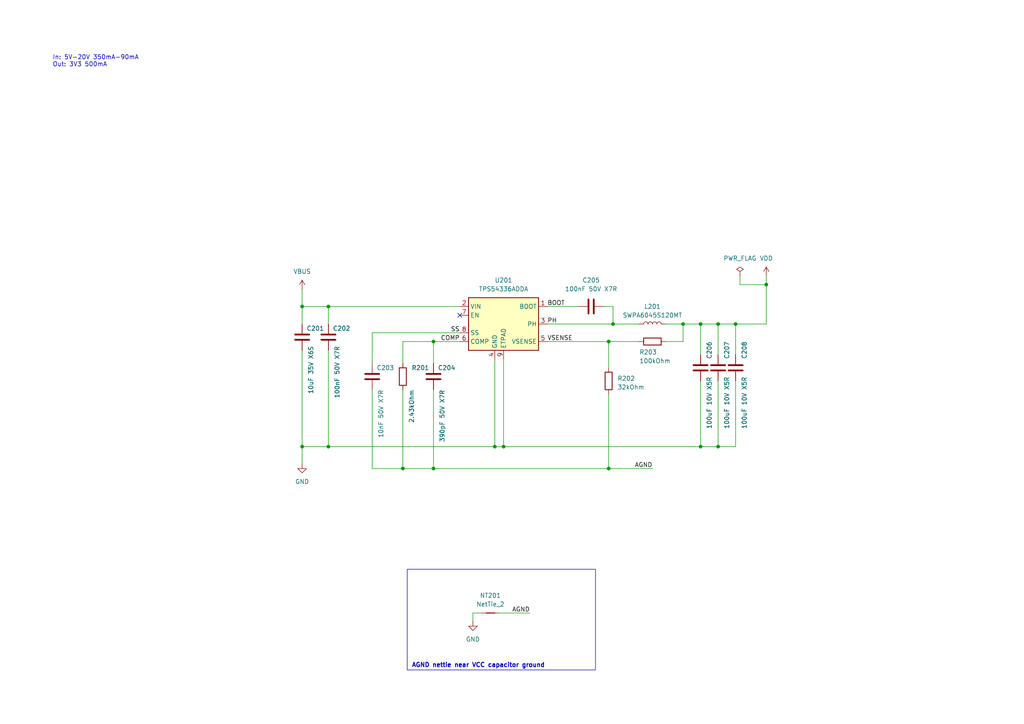
<source format=kicad_sch>
(kicad_sch (version 20231120) (generator "eeschema") (generator_version "8.0")
  (paper "A4")
  (title_block (title "Variable USB power supply") (date "2024-04-23") (rev "1") (company "Sarif"))
  (lib_symbols
    (symbol "Device:C" (pin_numbers hide) (pin_names (offset 0.254))
      (property "Reference" "C" (at 0.635 2.54 0))
      (property "Value" "C" (at 0.635 -2.54 0))
      (symbol "C_0_1"
        (polyline (pts (xy -2.032 -0.762) (xy 2.032 -0.762)) (stroke (width 0.508)))
        (polyline (pts (xy -2.032 0.762) (xy 2.032 0.762)) (stroke (width 0.508)))
      )
      (symbol "C_1_1"
        (pin passive line (at 0 3.81 270) (length 2.794) (name "~") (number "1"))
        (pin passive line (at 0 -3.81 90) (length 2.794) (name "~") (number "2"))
      )
    )
    (symbol "Device:L" (pin_numbers hide) (pin_names (offset 1.016) hide)
      (property "Reference" "L" (at -1.27 0 90))
      (property "Value" "L" (at 1.905 0 90))
      (symbol "L_0_1"
        (arc (start 0 -2.54) (mid 0.6323 -1.905) (end 0 -1.27))
        (arc (start 0 -1.27) (mid 0.6323 -0.635) (end 0 0))
        (arc (start 0 0) (mid 0.6323 0.635) (end 0 1.27))
        (arc (start 0 1.27) (mid 0.6323 1.905) (end 0 2.54))
      )
      (symbol "L_1_1"
        (pin passive line (at 0 3.81 270) (length 1.27) (name "1") (number "1"))
        (pin passive line (at 0 -3.81 90) (length 1.27) (name "2") (number "2"))
      )
    )
    (symbol "Device:NetTie_2" (pin_numbers hide) (pin_names (offset 0) hide) (in_bom no)
      (property "Reference" "NT" (at 0 1.27 0))
      (property "Value" "NetTie_2" (at 0 -1.27 0))
      (symbol "NetTie_2_0_1"
        (polyline (pts (xy -1.27 0) (xy 1.27 0)) (stroke (width 0.254)))
      )
      (symbol "NetTie_2_1_1"
        (pin passive line (at -2.54 0 0) (length 2.54) (name "1") (number "1"))
        (pin passive line (at 2.54 0 180) (length 2.54) (name "2") (number "2"))
      )
    )
    (symbol "Device:R" (pin_numbers hide) (pin_names (offset 0))
      (property "Reference" "R" (at 2.032 0 90))
      (property "Value" "R" (at 0 0 90))
      (symbol "R_0_1"
        (rectangle (start -1.016 -2.54) (end 1.016 2.54) (stroke (width 0.254)))
      )
      (symbol "R_1_1"
        (pin passive line (at 0 3.81 270) (length 1.27) (name "~") (number "1"))
        (pin passive line (at 0 -3.81 90) (length 1.27) (name "~") (number "2"))
      )
    )
    (symbol "Regulator_Switching:TPS54336ADDA"
      (property "Reference" "U" (at -8.89 8.89 0))
      (property "Value" "TPS54336ADDA" (at 3.81 8.89 0))
      (symbol "TPS54336ADDA_1_1"
        (rectangle (start -10.16 7.62) (end 10.16 -7.62) (stroke (width 0.254)) (fill (type background)))
        (pin output line (at 12.7 5.08 180) (length 2.54) (name "BOOT") (number "1"))
        (pin power_in line (at -12.7 5.08 0) (length 2.54) (name "VIN") (number "2"))
        (pin output line (at 12.7 0 180) (length 2.54) (name "PH") (number "3"))
        (pin power_in line (at -2.54 -10.16 90) (length 2.54) (name "GND") (number "4"))
        (pin input line (at 12.7 -5.08 180) (length 2.54) (name "VSENSE") (number "5"))
        (pin output line (at -12.7 -5.08 0) (length 2.54) (name "COMP") (number "6"))
        (pin input line (at -12.7 2.54 0) (length 2.54) (name "EN") (number "7"))
        (pin output line (at -12.7 -2.54 0) (length 2.54) (name "SS") (number "8"))
        (pin power_in line (at 0 -10.16 90) (length 2.54) (name "ETPAD") (number "9"))
      )
    )
    (symbol "power:GND" (power) (pin_numbers hide) (pin_names (offset 0) hide)
      (property "Value" "GND" (at 0 -3.81 0))
      (symbol "GND_0_1"
        (polyline (pts (xy 0 0) (xy 0 -1.27) (xy 1.27 -1.27) (xy 0 -2.54) (xy -1.27 -1.27) (xy 0 -1.27)))
      )
      (symbol "GND_1_1"
        (pin power_in line (at 0 0 270) (length 0) (name "~") (number "1"))
      )
    )
    (symbol "power:PWR_FLAG" (power) (pin_numbers hide) (pin_names (offset 0) hide)
      (property "Value" "PWR_FLAG" (at 0 3.81 0))
      (symbol "PWR_FLAG_0_0"
        (pin power_out line (at 0 0 90) (length 0) (name "~") (number "1"))
      )
      (symbol "PWR_FLAG_0_1"
        (polyline (pts (xy 0 0) (xy 0 1.27) (xy -1.016 1.905) (xy 0 2.54) (xy 1.016 1.905) (xy 0 1.27)))
      )
    )
    (symbol "power:VBUS" (power) (pin_numbers hide) (pin_names (offset 0) hide)
      (property "Value" "VBUS" (at 0 3.556 0))
      (symbol "VBUS_0_1"
        (polyline (pts (xy -0.762 1.27) (xy 0 2.54)))
        (polyline (pts (xy 0 0) (xy 0 2.54)))
        (polyline (pts (xy 0 2.54) (xy 0.762 1.27)))
      )
      (symbol "VBUS_1_1"
        (pin power_in line (at 0 0 90) (length 0) (name "~") (number "1"))
      )
    )
    (symbol "power:VDD" (power) (pin_numbers hide) (pin_names (offset 0) hide)
      (property "Value" "VDD" (at 0 3.556 0))
      (symbol "VDD_0_1"
        (polyline (pts (xy -0.762 1.27) (xy 0 2.54)))
        (polyline (pts (xy 0 0) (xy 0 2.54)))
        (polyline (pts (xy 0 2.54) (xy 0.762 1.27)))
      )
      (symbol "VDD_1_1"
        (pin power_in line (at 0 0 90) (length 0) (name "~") (number "1"))
      )
    )
  )
  (junction (at 143.51 129.54))
  (junction (at 125.73 135.89))
  (junction (at 208.28 93.98))
  (junction (at 198.12 93.98))
  (junction (at 203.2 93.98))
  (junction (at 87.63 129.54))
  (junction (at 176.53 135.89))
  (junction (at 203.2 129.54))
  (junction (at 146.05 129.54))
  (junction (at 222.25 82.55))
  (junction (at 95.25 129.54))
  (junction (at 125.73 99.06))
  (junction (at 177.8 93.98))
  (junction (at 87.63 88.9))
  (junction (at 95.25 88.9))
  (junction (at 213.36 93.98))
  (junction (at 116.84 135.89))
  (junction (at 208.28 129.54))
  (junction (at 176.53 99.06))
  (no_connect (at 133.35 91.44))
  (wire (pts (xy 213.36 93.98) (xy 213.36 102.87)))
  (wire (pts (xy 158.75 88.9) (xy 167.64 88.9)))
  (wire (pts (xy 203.2 110.49) (xy 203.2 129.54)))
  (wire (pts (xy 125.73 99.06) (xy 133.35 99.06)))
  (wire (pts (xy 158.75 99.06) (xy 176.53 99.06)))
  (wire (pts (xy 116.84 113.03) (xy 116.84 135.89)))
  (wire (pts (xy 95.25 93.98) (xy 95.25 88.9)))
  (wire (pts (xy 107.95 135.89) (xy 116.84 135.89)))
  (wire (pts (xy 176.53 114.3) (xy 176.53 135.89)))
  (wire (pts (xy 95.25 101.6) (xy 95.25 129.54)))
  (wire (pts (xy 208.28 102.87) (xy 208.28 93.98)))
  (wire (pts (xy 95.25 129.54) (xy 143.51 129.54)))
  (wire (pts (xy 87.63 93.98) (xy 87.63 88.9)))
  (wire (pts (xy 203.2 129.54) (xy 208.28 129.54)))
  (wire (pts (xy 175.26 88.9) (xy 177.8 88.9)))
  (wire (pts (xy 143.51 129.54) (xy 146.05 129.54)))
  (wire (pts (xy 203.2 93.98) (xy 198.12 93.98)))
  (wire (pts (xy 213.36 129.54) (xy 208.28 129.54)))
  (wire (pts (xy 125.73 113.03) (xy 125.73 135.89)))
  (wire (pts (xy 198.12 93.98) (xy 193.04 93.98)))
  (wire (pts (xy 146.05 129.54) (xy 203.2 129.54)))
  (wire (pts (xy 87.63 88.9) (xy 95.25 88.9)))
  (wire (pts (xy 87.63 83.82) (xy 87.63 88.9)))
  (wire (pts (xy 198.12 99.06) (xy 198.12 93.98)))
  (wire (pts (xy 146.05 129.54) (xy 146.05 104.14)))
  (wire (pts (xy 222.25 80.01) (xy 222.25 82.55)))
  (wire (pts (xy 177.8 88.9) (xy 177.8 93.98)))
  (wire (pts (xy 137.16 177.8) (xy 139.7 177.8)))
  (wire (pts (xy 125.73 135.89) (xy 176.53 135.89)))
  (wire (pts (xy 87.63 134.62) (xy 87.63 129.54)))
  (wire (pts (xy 177.8 93.98) (xy 185.42 93.98)))
  (wire (pts (xy 87.63 129.54) (xy 95.25 129.54)))
  (wire (pts (xy 158.75 93.98) (xy 177.8 93.98)))
  (wire (pts (xy 107.95 96.52) (xy 133.35 96.52)))
  (wire (pts (xy 176.53 99.06) (xy 185.42 99.06)))
  (wire (pts (xy 214.63 80.01) (xy 214.63 82.55)))
  (wire (pts (xy 116.84 99.06) (xy 125.73 99.06)))
  (wire (pts (xy 107.95 113.03) (xy 107.95 135.89)))
  (wire (pts (xy 116.84 105.41) (xy 116.84 99.06)))
  (wire (pts (xy 222.25 93.98) (xy 213.36 93.98)))
  (wire (pts (xy 125.73 99.06) (xy 125.73 105.41)))
  (wire (pts (xy 143.51 104.14) (xy 143.51 129.54)))
  (wire (pts (xy 222.25 82.55) (xy 222.25 93.98)))
  (wire (pts (xy 144.78 177.8) (xy 153.67 177.8)))
  (wire (pts (xy 95.25 88.9) (xy 133.35 88.9)))
  (wire (pts (xy 214.63 82.55) (xy 222.25 82.55)))
  (wire (pts (xy 116.84 135.89) (xy 125.73 135.89)))
  (wire (pts (xy 193.04 99.06) (xy 198.12 99.06)))
  (wire (pts (xy 208.28 110.49) (xy 208.28 129.54)))
  (wire (pts (xy 208.28 93.98) (xy 203.2 93.98)))
  (wire (pts (xy 203.2 93.98) (xy 203.2 102.87)))
  (wire (pts (xy 213.36 93.98) (xy 208.28 93.98)))
  (wire (pts (xy 137.16 180.34) (xy 137.16 177.8)))
  (wire (pts (xy 176.53 135.89) (xy 189.23 135.89)))
  (wire (pts (xy 176.53 99.06) (xy 176.53 106.68)))
  (wire (pts (xy 107.95 105.41) (xy 107.95 96.52)))
  (wire (pts (xy 213.36 110.49) (xy 213.36 129.54)))
  (wire (pts (xy 87.63 101.6) (xy 87.63 129.54)))
  (rectangle (start 118.11 165.1) (end 172.72 194.31))
  (text "In: 5V-20V 350mA-90mA\nOut: 3V3 500mA" (at 15.24 17.78 0) (effects (font (size 1.27 1.27)) (justify left)))
  (text "AGND nettie near VCC capacitor ground" (at 119.38 193.04 0) (effects (font (size 1.27 1.27) (thickness 0.254) (bold yes)) (justify left)))
  (label "AGND" (at 153.67 177.8 180))
  (label "AGND" (at 189.23 135.89 180))
  (label "VSENSE" (at 158.75 99.06 0))
  (label "SS" (at 133.35 96.52 180))
  (label "BOOT" (at 158.75 88.9 0))
  (label "COMP" (at 133.35 99.06 180))
  (label "PH" (at 158.75 93.98 0))
  (symbol (lib_id "Device:C") (at 125.73 109.22 0) (unit 1)
    (property "Reference" "C204" (at 127 106.68 0) (effects (justify left)))
    (property "Value" "390pF 50V X7R" (at 128.27 113.03 90) (effects (justify right)))
    (property "Footprint" "Capacitor_SMD:C_0402_1005Metric" (effects (hide yes)))
    (property "Description" "Unpolarized capacitor" (effects (hide yes)))
    (property "LCSC" "C114397" (effects (hide yes)))
    (property "MFR" "YAGEO" (effects (hide yes)))
    (property "MPN" "CC0402KRX7R9BB391" (effects (hide yes)))
  )
  (symbol (lib_id "Regulator_Switching:TPS54336ADDA") (at 146.05 93.98 0) (unit 1)
    (property "Reference" "U201" (at 146.05 81.28 0))
    (property "Value" "TPS54336ADDA" (at 146.05 83.82 0))
    (property "Footprint" "Package_SO:TI_SO-PowerPAD-8_ThermalVias" (effects (hide yes)))
    (property "Datasheet" "http://www.ti.com/lit/ds/symlink/tps54336a.pdf" (effects (hide yes)))
    (property "Description" " 4.5V to 28V Input, 3A, Synchronous Step-Down Converter with Eco-mode(tm)" (effects (hide yes)))
    (property "LCSC" "C97668" (effects (hide yes)))
    (property "MFR" "Texas Instruments" (effects (hide yes)))
    (property "MPN" "TPS54336ADDA" (effects (hide yes)))
  )
  (symbol (lib_id "Device:R") (at 189.23 99.06 90) (unit 1)
    (property "Reference" "R203" (at 185.42 102.87 90) (effects (justify right top)))
    (property "Value" "100kOhm" (at 185.42 105.41 90) (effects (justify right top)))
    (property "Footprint" "Resistor_SMD:R_0402_1005Metric" (effects (hide yes)))
    (property "LCSC" "C25741" (effects (hide yes)))
  )
  (symbol (lib_id "power:VDD") (at 222.25 80.01 0) (unit 1)
    (property "Reference" "#PWR0204" (effects (hide yes)))
    (property "Value" "VDD" (at 222.25 74.93 0))
    (property "Description" "Power symbol creates a global label with name \"VDD\"" (effects (hide yes)))
  )
  (symbol (lib_id "Device:C") (at 203.2 106.68 0) (unit 1)
    (property "Reference" "C206" (at 205.74 104.14 90) (effects (justify left)))
    (property "Value" "100uF 10V X5R" (at 205.74 109.22 90) (effects (justify right)))
    (property "Footprint" "Capacitor_SMD:C_1206_3216Metric" (effects (hide yes)))
    (property "Description" "Unpolarized capacitor" (effects (hide yes)))
    (property "LCSC" "C312983" (effects (hide yes)))
    (property "MFR" "Murata" (effects (hide yes)))
    (property "MPN" "GRM31CR61A107ME05L" (effects (hide yes)))
  )
  (symbol (lib_id "Device:C") (at 107.95 109.22 0) (unit 1)
    (property "Reference" "C203" (at 109.22 106.68 0) (effects (justify left)))
    (property "Value" "10nF 50V X7R" (at 110.49 113.03 90) (effects (justify right)))
    (property "Footprint" "Capacitor_SMD:C_0402_1005Metric" (effects (hide yes)))
    (property "Description" "Unpolarized capacitor" (effects (hide yes)))
    (property "LCSC" "C15195" (effects (hide yes)))
    (property "MFR" "Samsung" (effects (hide yes)))
    (property "MPN" "CL05B103KB5NNNC" (effects (hide yes)))
  )
  (symbol (lib_id "power:GND") (at 137.16 180.34 0) (unit 1)
    (property "Reference" "#PWR0203" (effects (hide yes)))
    (property "Value" "GND" (at 137.16 185.42 0))
    (property "Description" "Power symbol creates a global label with name \"GND\" , ground" (effects (hide yes)))
  )
  (symbol (lib_id "power:PWR_FLAG") (at 214.63 80.01 0) (unit 1)
    (property "Reference" "#FLG0201" (effects (hide yes)))
    (property "Value" "PWR_FLAG" (at 214.63 74.93 0))
    (property "Description" "Special symbol for telling ERC where power comes from" (effects (hide yes)))
  )
  (symbol (lib_id "Device:R") (at 176.53 110.49 180) (unit 1)
    (property "Reference" "R202" (at 179.07 110.49 0) (effects (justify right top)))
    (property "Value" "32kOhm" (at 179.07 113.03 0) (effects (justify right top)))
    (property "Footprint" "Resistor_SMD:R_0402_1005Metric" (effects (hide yes)))
    (property "LCSC" "C11463" (effects (hide yes)))
  )
  (symbol (lib_id "Device:R") (at 116.84 109.22 180) (unit 1)
    (property "Reference" "R201" (at 119.38 106.68 0) (effects (justify right)))
    (property "Value" "2.43kOhm" (at 119.38 113.03 90) (effects (justify left)))
    (property "Footprint" "Resistor_SMD:R_0402_1005Metric" (effects (hide yes)))
    (property "LCSC" "C853891" (effects (hide yes)))
  )
  (symbol (lib_id "Device:C") (at 95.25 97.79 0) (unit 1)
    (property "Reference" "C202" (at 96.52 95.25 0) (effects (justify left)))
    (property "Value" "100nF 50V X7R" (at 97.79 100.33 90) (effects (justify right)))
    (property "Footprint" "Capacitor_SMD:C_0402_1005Metric" (effects (hide yes)))
    (property "Description" "Unpolarized capacitor" (effects (hide yes)))
    (property "LCSC" "C307331" (effects (hide yes)))
    (property "MFR" "Samsung" (effects (hide yes)))
    (property "MPN" "CL05B104KB54PNC" (effects (hide yes)))
  )
  (symbol (lib_id "Device:C") (at 213.36 106.68 0) (unit 1)
    (property "Reference" "C208" (at 215.9 104.14 90) (effects (justify left)))
    (property "Value" "100uF 10V X5R" (at 215.9 109.22 90) (effects (justify right)))
    (property "Footprint" "Capacitor_SMD:C_1206_3216Metric" (effects (hide yes)))
    (property "Description" "Unpolarized capacitor" (effects (hide yes)))
    (property "LCSC" "C312983" (effects (hide yes)))
    (property "MFR" "Murata" (effects (hide yes)))
    (property "MPN" "GRM31CR61A107ME05L" (effects (hide yes)))
  )
  (symbol (lib_id "Device:L") (at 189.23 93.98 90) (unit 1)
    (property "Reference" "L201" (at 189.23 88.9 90))
    (property "Value" "SWPA6045S120MT" (at 189.23 91.44 90))
    (property "Footprint" "Inductor_SMD:L_Sunlord_SWPA6045S" (effects (hide yes)))
    (property "Description" "Inductor" (effects (hide yes)))
    (property "MFR" "Sunlord" (effects (hide yes)))
    (property "MPN" "SWPA6045S120MT" (effects (hide yes)))
    (property "LCSC" "C96951" (effects (hide yes)))
  )
  (symbol (lib_id "Device:NetTie_2") (at 142.24 177.8 0) (unit 1) (in_bom no)
    (property "Reference" "NT201" (at 142.24 172.72 0))
    (property "Value" "NetTie_2" (at 142.24 175.26 0))
    (property "Footprint" "NetTie:NetTie-2_SMD_Pad0.5mm" (effects (hide yes)))
    (property "Description" "Net tie, 2 pins" (effects (hide yes)))
  )
  (symbol (lib_id "Device:C") (at 87.63 97.79 0) (unit 1)
    (property "Reference" "C201" (at 88.9 95.25 0) (effects (justify left)))
    (property "Value" "10uF 35V X6S" (at 90.17 100.33 90) (effects (justify right)))
    (property "Footprint" "Capacitor_SMD:C_0805_2012Metric" (effects (hide yes)))
    (property "Description" "Unpolarized capacitor" (effects (hide yes)))
    (property "LCSC" "C469541" (effects (hide yes)))
    (property "MFR" "Murata" (effects (hide yes)))
    (property "MPN" "GRM21BC8YA106KE11L" (effects (hide yes)))
  )
  (symbol (lib_id "Device:C") (at 171.45 88.9 90) (unit 1)
    (property "Reference" "C205" (at 171.45 81.28 90))
    (property "Value" "100nF 50V X7R" (at 171.45 83.82 90))
    (property "Footprint" "Capacitor_SMD:C_0402_1005Metric" (effects (hide yes)))
    (property "Description" "Unpolarized capacitor" (effects (hide yes)))
    (property "LCSC" "C307331" (effects (hide yes)))
    (property "MFR" "Samsung" (effects (hide yes)))
    (property "MPN" "CL05B104KB54PNC" (effects (hide yes)))
  )
  (symbol (lib_id "power:VBUS") (at 87.63 83.82 0) (unit 1)
    (property "Reference" "#PWR0201" (effects (hide yes)))
    (property "Value" "VBUS" (at 87.63 78.74 0))
    (property "Description" "Power symbol creates a global label with name \"VBUS\"" (effects (hide yes)))
  )
  (symbol (lib_id "power:GND") (at 87.63 134.62 0) (unit 1)
    (property "Reference" "#PWR0202" (effects (hide yes)))
    (property "Value" "GND" (at 87.63 139.7 0))
    (property "Description" "Power symbol creates a global label with name \"GND\" , ground" (effects (hide yes)))
  )
  (symbol (lib_id "Device:C") (at 208.28 106.68 0) (unit 1)
    (property "Reference" "C207" (at 210.82 104.14 90) (effects (justify left)))
    (property "Value" "100uF 10V X5R" (at 210.82 109.22 90) (effects (justify right)))
    (property "Footprint" "Capacitor_SMD:C_1206_3216Metric" (effects (hide yes)))
    (property "Description" "Unpolarized capacitor" (effects (hide yes)))
    (property "LCSC" "C312983" (effects (hide yes)))
    (property "MFR" "Murata" (effects (hide yes)))
    (property "MPN" "GRM31CR61A107ME05L" (effects (hide yes)))
  )
)
</source>
